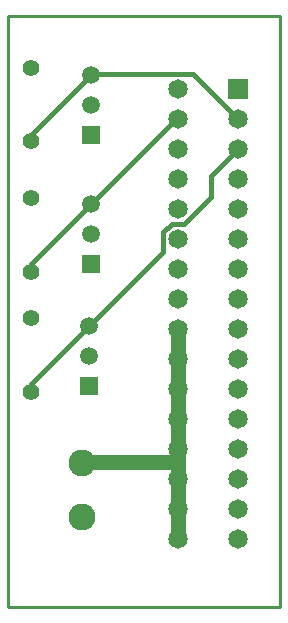
<source format=gtl>
G04 Layer_Physical_Order=1*
G04 Layer_Color=255*
%FSLAX23Y23*%
%MOIN*%
G70*
G01*
G75*
%ADD10C,0.050*%
%ADD11C,0.015*%
%ADD12C,0.010*%
%ADD13C,0.090*%
%ADD14C,0.059*%
%ADD15R,0.059X0.059*%
%ADD16C,0.065*%
%ADD17R,0.065X0.065*%
%ADD18C,0.055*%
D10*
X245Y482D02*
X565D01*
Y827D02*
Y927D01*
Y727D02*
Y827D01*
Y627D02*
Y727D01*
Y527D02*
Y627D01*
Y482D02*
Y527D01*
Y427D02*
Y482D01*
Y327D02*
Y427D01*
Y227D02*
Y327D01*
D11*
X275Y1777D02*
X615D01*
X75Y1552D02*
Y1572D01*
X275Y1772D01*
Y1342D02*
X562Y1629D01*
X75Y1117D02*
Y1142D01*
X275Y1342D01*
X265Y932D02*
X275D01*
X265D02*
X270Y937D01*
X75Y742D02*
X265Y932D01*
X75Y717D02*
Y742D01*
X270Y937D02*
X515Y1182D01*
Y1248D01*
X544Y1277D01*
X586D01*
X675Y1366D01*
Y1437D01*
X765Y1527D01*
X615Y1777D02*
X765Y1627D01*
D12*
X0Y1969D02*
X906D01*
Y0D02*
Y1969D01*
X0Y0D02*
X906D01*
X0D02*
Y1969D01*
D13*
X245Y480D02*
D03*
Y300D02*
D03*
D14*
X275Y1772D02*
D03*
Y1672D02*
D03*
Y1242D02*
D03*
Y1342D02*
D03*
X270Y837D02*
D03*
Y937D02*
D03*
D15*
X275Y1572D02*
D03*
Y1142D02*
D03*
X270Y737D02*
D03*
D16*
X565Y1627D02*
D03*
Y1327D02*
D03*
Y1027D02*
D03*
Y727D02*
D03*
Y1727D02*
D03*
Y1527D02*
D03*
Y1427D02*
D03*
Y1227D02*
D03*
Y1127D02*
D03*
Y927D02*
D03*
Y827D02*
D03*
Y627D02*
D03*
X765Y1527D02*
D03*
Y1427D02*
D03*
Y1227D02*
D03*
Y1127D02*
D03*
Y927D02*
D03*
Y827D02*
D03*
Y627D02*
D03*
X565Y227D02*
D03*
Y327D02*
D03*
Y427D02*
D03*
Y527D02*
D03*
X765Y227D02*
D03*
Y327D02*
D03*
Y427D02*
D03*
Y527D02*
D03*
Y1627D02*
D03*
Y1327D02*
D03*
Y1027D02*
D03*
Y727D02*
D03*
D17*
Y1727D02*
D03*
D18*
X75Y1797D02*
D03*
Y1552D02*
D03*
Y1117D02*
D03*
Y1362D02*
D03*
Y717D02*
D03*
Y962D02*
D03*
M02*

</source>
